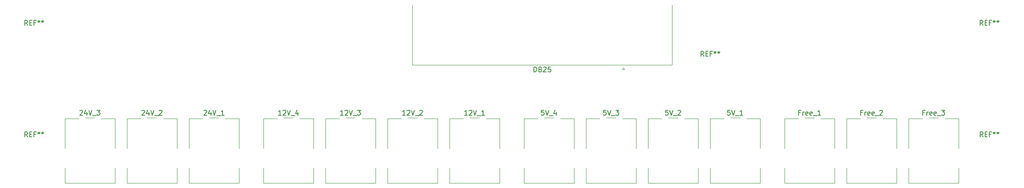
<source format=gbr>
%TF.GenerationSoftware,KiCad,Pcbnew,(5.1.10-1-10_14)*%
%TF.CreationDate,2021-07-21T12:25:41-07:00*%
%TF.ProjectId,PASCAL_switchboard,50415343-414c-45f7-9377-69746368626f,rev?*%
%TF.SameCoordinates,Original*%
%TF.FileFunction,Legend,Top*%
%TF.FilePolarity,Positive*%
%FSLAX46Y46*%
G04 Gerber Fmt 4.6, Leading zero omitted, Abs format (unit mm)*
G04 Created by KiCad (PCBNEW (5.1.10-1-10_14)) date 2021-07-21 12:25:41*
%MOMM*%
%LPD*%
G01*
G04 APERTURE LIST*
%ADD10C,0.120000*%
%ADD11C,0.150000*%
G04 APERTURE END LIST*
D10*
%TO.C,DB25*%
X196850000Y-50581325D02*
X197100000Y-51014338D01*
X196600000Y-51014338D02*
X196850000Y-50581325D01*
X197100000Y-51014338D02*
X196600000Y-51014338D01*
X153620000Y-50120000D02*
X153620000Y-37780000D01*
X206840000Y-50120000D02*
X153620000Y-50120000D01*
X206840000Y-37780000D02*
X206840000Y-50120000D01*
%TO.C,12V_1*%
X161260000Y-67180000D02*
X161260000Y-61120000D01*
X161260000Y-61120000D02*
X164070000Y-61120000D01*
X168670000Y-61120000D02*
X171480000Y-61120000D01*
X171480000Y-61120000D02*
X171480000Y-67180000D01*
X171480000Y-71280000D02*
X171480000Y-74340000D01*
X171480000Y-74340000D02*
X161260000Y-74340000D01*
X161260000Y-74340000D02*
X161260000Y-71280000D01*
X165370000Y-60930000D02*
X167370000Y-60930000D01*
%TO.C,12V_2*%
X148560000Y-67180000D02*
X148560000Y-61120000D01*
X148560000Y-61120000D02*
X151370000Y-61120000D01*
X155970000Y-61120000D02*
X158780000Y-61120000D01*
X158780000Y-61120000D02*
X158780000Y-67180000D01*
X158780000Y-71280000D02*
X158780000Y-74340000D01*
X158780000Y-74340000D02*
X148560000Y-74340000D01*
X148560000Y-74340000D02*
X148560000Y-71280000D01*
X152670000Y-60930000D02*
X154670000Y-60930000D01*
%TO.C,12V_3*%
X139970000Y-60930000D02*
X141970000Y-60930000D01*
X135860000Y-74340000D02*
X135860000Y-71280000D01*
X146080000Y-74340000D02*
X135860000Y-74340000D01*
X146080000Y-71280000D02*
X146080000Y-74340000D01*
X146080000Y-61120000D02*
X146080000Y-67180000D01*
X143270000Y-61120000D02*
X146080000Y-61120000D01*
X135860000Y-61120000D02*
X138670000Y-61120000D01*
X135860000Y-67180000D02*
X135860000Y-61120000D01*
%TO.C,12V_4*%
X123160000Y-67180000D02*
X123160000Y-61120000D01*
X123160000Y-61120000D02*
X125970000Y-61120000D01*
X130570000Y-61120000D02*
X133380000Y-61120000D01*
X133380000Y-61120000D02*
X133380000Y-67180000D01*
X133380000Y-71280000D02*
X133380000Y-74340000D01*
X133380000Y-74340000D02*
X123160000Y-74340000D01*
X123160000Y-74340000D02*
X123160000Y-71280000D01*
X127270000Y-60930000D02*
X129270000Y-60930000D01*
%TO.C,24V_1*%
X107920000Y-67180000D02*
X107920000Y-61120000D01*
X107920000Y-61120000D02*
X110730000Y-61120000D01*
X115330000Y-61120000D02*
X118140000Y-61120000D01*
X118140000Y-61120000D02*
X118140000Y-67180000D01*
X118140000Y-71280000D02*
X118140000Y-74340000D01*
X118140000Y-74340000D02*
X107920000Y-74340000D01*
X107920000Y-74340000D02*
X107920000Y-71280000D01*
X112030000Y-60930000D02*
X114030000Y-60930000D01*
%TO.C,24V_2*%
X99330000Y-60930000D02*
X101330000Y-60930000D01*
X95220000Y-74340000D02*
X95220000Y-71280000D01*
X105440000Y-74340000D02*
X95220000Y-74340000D01*
X105440000Y-71280000D02*
X105440000Y-74340000D01*
X105440000Y-61120000D02*
X105440000Y-67180000D01*
X102630000Y-61120000D02*
X105440000Y-61120000D01*
X95220000Y-61120000D02*
X98030000Y-61120000D01*
X95220000Y-67180000D02*
X95220000Y-61120000D01*
%TO.C,24V_3*%
X82520000Y-67180000D02*
X82520000Y-61120000D01*
X82520000Y-61120000D02*
X85330000Y-61120000D01*
X89930000Y-61120000D02*
X92740000Y-61120000D01*
X92740000Y-61120000D02*
X92740000Y-67180000D01*
X92740000Y-71280000D02*
X92740000Y-74340000D01*
X92740000Y-74340000D02*
X82520000Y-74340000D01*
X82520000Y-74340000D02*
X82520000Y-71280000D01*
X86630000Y-60930000D02*
X88630000Y-60930000D01*
%TO.C,5V_1*%
X218710000Y-60930000D02*
X220710000Y-60930000D01*
X214600000Y-74340000D02*
X214600000Y-71280000D01*
X224820000Y-74340000D02*
X214600000Y-74340000D01*
X224820000Y-71280000D02*
X224820000Y-74340000D01*
X224820000Y-61120000D02*
X224820000Y-67180000D01*
X222010000Y-61120000D02*
X224820000Y-61120000D01*
X214600000Y-61120000D02*
X217410000Y-61120000D01*
X214600000Y-67180000D02*
X214600000Y-61120000D01*
%TO.C,5V_2*%
X201900000Y-67180000D02*
X201900000Y-61120000D01*
X201900000Y-61120000D02*
X204710000Y-61120000D01*
X209310000Y-61120000D02*
X212120000Y-61120000D01*
X212120000Y-61120000D02*
X212120000Y-67180000D01*
X212120000Y-71280000D02*
X212120000Y-74340000D01*
X212120000Y-74340000D02*
X201900000Y-74340000D01*
X201900000Y-74340000D02*
X201900000Y-71280000D01*
X206010000Y-60930000D02*
X208010000Y-60930000D01*
%TO.C,5V_3*%
X193310000Y-60930000D02*
X195310000Y-60930000D01*
X189200000Y-74340000D02*
X189200000Y-71280000D01*
X199420000Y-74340000D02*
X189200000Y-74340000D01*
X199420000Y-71280000D02*
X199420000Y-74340000D01*
X199420000Y-61120000D02*
X199420000Y-67180000D01*
X196610000Y-61120000D02*
X199420000Y-61120000D01*
X189200000Y-61120000D02*
X192010000Y-61120000D01*
X189200000Y-67180000D02*
X189200000Y-61120000D01*
%TO.C,5V_4*%
X180610000Y-60930000D02*
X182610000Y-60930000D01*
X176500000Y-74340000D02*
X176500000Y-71280000D01*
X186720000Y-74340000D02*
X176500000Y-74340000D01*
X186720000Y-71280000D02*
X186720000Y-74340000D01*
X186720000Y-61120000D02*
X186720000Y-67180000D01*
X183910000Y-61120000D02*
X186720000Y-61120000D01*
X176500000Y-61120000D02*
X179310000Y-61120000D01*
X176500000Y-67180000D02*
X176500000Y-61120000D01*
%TO.C,Free_1*%
X233950000Y-60930000D02*
X235950000Y-60930000D01*
X229840000Y-74340000D02*
X229840000Y-71280000D01*
X240060000Y-74340000D02*
X229840000Y-74340000D01*
X240060000Y-71280000D02*
X240060000Y-74340000D01*
X240060000Y-61120000D02*
X240060000Y-67180000D01*
X237250000Y-61120000D02*
X240060000Y-61120000D01*
X229840000Y-61120000D02*
X232650000Y-61120000D01*
X229840000Y-67180000D02*
X229840000Y-61120000D01*
%TO.C,Free_2*%
X242540000Y-67180000D02*
X242540000Y-61120000D01*
X242540000Y-61120000D02*
X245350000Y-61120000D01*
X249950000Y-61120000D02*
X252760000Y-61120000D01*
X252760000Y-61120000D02*
X252760000Y-67180000D01*
X252760000Y-71280000D02*
X252760000Y-74340000D01*
X252760000Y-74340000D02*
X242540000Y-74340000D01*
X242540000Y-74340000D02*
X242540000Y-71280000D01*
X246650000Y-60930000D02*
X248650000Y-60930000D01*
%TO.C,Free_3*%
X259350000Y-60930000D02*
X261350000Y-60930000D01*
X255240000Y-74340000D02*
X255240000Y-71280000D01*
X265460000Y-74340000D02*
X255240000Y-74340000D01*
X265460000Y-71280000D02*
X265460000Y-74340000D01*
X265460000Y-61120000D02*
X265460000Y-67180000D01*
X262650000Y-61120000D02*
X265460000Y-61120000D01*
X255240000Y-61120000D02*
X258050000Y-61120000D01*
X255240000Y-67180000D02*
X255240000Y-61120000D01*
%TO.C,REF\u002A\u002A*%
D11*
X270446666Y-41972380D02*
X270113333Y-41496190D01*
X269875238Y-41972380D02*
X269875238Y-40972380D01*
X270256190Y-40972380D01*
X270351428Y-41020000D01*
X270399047Y-41067619D01*
X270446666Y-41162857D01*
X270446666Y-41305714D01*
X270399047Y-41400952D01*
X270351428Y-41448571D01*
X270256190Y-41496190D01*
X269875238Y-41496190D01*
X270875238Y-41448571D02*
X271208571Y-41448571D01*
X271351428Y-41972380D02*
X270875238Y-41972380D01*
X270875238Y-40972380D01*
X271351428Y-40972380D01*
X272113333Y-41448571D02*
X271780000Y-41448571D01*
X271780000Y-41972380D02*
X271780000Y-40972380D01*
X272256190Y-40972380D01*
X272780000Y-40972380D02*
X272780000Y-41210476D01*
X272541904Y-41115238D02*
X272780000Y-41210476D01*
X273018095Y-41115238D01*
X272637142Y-41400952D02*
X272780000Y-41210476D01*
X272922857Y-41400952D01*
X273541904Y-40972380D02*
X273541904Y-41210476D01*
X273303809Y-41115238D02*
X273541904Y-41210476D01*
X273780000Y-41115238D01*
X273399047Y-41400952D02*
X273541904Y-41210476D01*
X273684761Y-41400952D01*
X270446666Y-64832380D02*
X270113333Y-64356190D01*
X269875238Y-64832380D02*
X269875238Y-63832380D01*
X270256190Y-63832380D01*
X270351428Y-63880000D01*
X270399047Y-63927619D01*
X270446666Y-64022857D01*
X270446666Y-64165714D01*
X270399047Y-64260952D01*
X270351428Y-64308571D01*
X270256190Y-64356190D01*
X269875238Y-64356190D01*
X270875238Y-64308571D02*
X271208571Y-64308571D01*
X271351428Y-64832380D02*
X270875238Y-64832380D01*
X270875238Y-63832380D01*
X271351428Y-63832380D01*
X272113333Y-64308571D02*
X271780000Y-64308571D01*
X271780000Y-64832380D02*
X271780000Y-63832380D01*
X272256190Y-63832380D01*
X272780000Y-63832380D02*
X272780000Y-64070476D01*
X272541904Y-63975238D02*
X272780000Y-64070476D01*
X273018095Y-63975238D01*
X272637142Y-64260952D02*
X272780000Y-64070476D01*
X272922857Y-64260952D01*
X273541904Y-63832380D02*
X273541904Y-64070476D01*
X273303809Y-63975238D02*
X273541904Y-64070476D01*
X273780000Y-63975238D01*
X273399047Y-64260952D02*
X273541904Y-64070476D01*
X273684761Y-64260952D01*
X74866666Y-41972380D02*
X74533333Y-41496190D01*
X74295238Y-41972380D02*
X74295238Y-40972380D01*
X74676190Y-40972380D01*
X74771428Y-41020000D01*
X74819047Y-41067619D01*
X74866666Y-41162857D01*
X74866666Y-41305714D01*
X74819047Y-41400952D01*
X74771428Y-41448571D01*
X74676190Y-41496190D01*
X74295238Y-41496190D01*
X75295238Y-41448571D02*
X75628571Y-41448571D01*
X75771428Y-41972380D02*
X75295238Y-41972380D01*
X75295238Y-40972380D01*
X75771428Y-40972380D01*
X76533333Y-41448571D02*
X76200000Y-41448571D01*
X76200000Y-41972380D02*
X76200000Y-40972380D01*
X76676190Y-40972380D01*
X77200000Y-40972380D02*
X77200000Y-41210476D01*
X76961904Y-41115238D02*
X77200000Y-41210476D01*
X77438095Y-41115238D01*
X77057142Y-41400952D02*
X77200000Y-41210476D01*
X77342857Y-41400952D01*
X77961904Y-40972380D02*
X77961904Y-41210476D01*
X77723809Y-41115238D02*
X77961904Y-41210476D01*
X78200000Y-41115238D01*
X77819047Y-41400952D02*
X77961904Y-41210476D01*
X78104761Y-41400952D01*
X213296666Y-48322380D02*
X212963333Y-47846190D01*
X212725238Y-48322380D02*
X212725238Y-47322380D01*
X213106190Y-47322380D01*
X213201428Y-47370000D01*
X213249047Y-47417619D01*
X213296666Y-47512857D01*
X213296666Y-47655714D01*
X213249047Y-47750952D01*
X213201428Y-47798571D01*
X213106190Y-47846190D01*
X212725238Y-47846190D01*
X213725238Y-47798571D02*
X214058571Y-47798571D01*
X214201428Y-48322380D02*
X213725238Y-48322380D01*
X213725238Y-47322380D01*
X214201428Y-47322380D01*
X214963333Y-47798571D02*
X214630000Y-47798571D01*
X214630000Y-48322380D02*
X214630000Y-47322380D01*
X215106190Y-47322380D01*
X215630000Y-47322380D02*
X215630000Y-47560476D01*
X215391904Y-47465238D02*
X215630000Y-47560476D01*
X215868095Y-47465238D01*
X215487142Y-47750952D02*
X215630000Y-47560476D01*
X215772857Y-47750952D01*
X216391904Y-47322380D02*
X216391904Y-47560476D01*
X216153809Y-47465238D02*
X216391904Y-47560476D01*
X216630000Y-47465238D01*
X216249047Y-47750952D02*
X216391904Y-47560476D01*
X216534761Y-47750952D01*
X74866666Y-64832380D02*
X74533333Y-64356190D01*
X74295238Y-64832380D02*
X74295238Y-63832380D01*
X74676190Y-63832380D01*
X74771428Y-63880000D01*
X74819047Y-63927619D01*
X74866666Y-64022857D01*
X74866666Y-64165714D01*
X74819047Y-64260952D01*
X74771428Y-64308571D01*
X74676190Y-64356190D01*
X74295238Y-64356190D01*
X75295238Y-64308571D02*
X75628571Y-64308571D01*
X75771428Y-64832380D02*
X75295238Y-64832380D01*
X75295238Y-63832380D01*
X75771428Y-63832380D01*
X76533333Y-64308571D02*
X76200000Y-64308571D01*
X76200000Y-64832380D02*
X76200000Y-63832380D01*
X76676190Y-63832380D01*
X77200000Y-63832380D02*
X77200000Y-64070476D01*
X76961904Y-63975238D02*
X77200000Y-64070476D01*
X77438095Y-63975238D01*
X77057142Y-64260952D02*
X77200000Y-64070476D01*
X77342857Y-64260952D01*
X77961904Y-63832380D02*
X77961904Y-64070476D01*
X77723809Y-63975238D02*
X77961904Y-64070476D01*
X78200000Y-63975238D01*
X77819047Y-64260952D02*
X77961904Y-64070476D01*
X78104761Y-64260952D01*
%TO.C,DB25*%
X178515714Y-51512380D02*
X178515714Y-50512380D01*
X178753809Y-50512380D01*
X178896666Y-50560000D01*
X178991904Y-50655238D01*
X179039523Y-50750476D01*
X179087142Y-50940952D01*
X179087142Y-51083809D01*
X179039523Y-51274285D01*
X178991904Y-51369523D01*
X178896666Y-51464761D01*
X178753809Y-51512380D01*
X178515714Y-51512380D01*
X179849047Y-50988571D02*
X179991904Y-51036190D01*
X180039523Y-51083809D01*
X180087142Y-51179047D01*
X180087142Y-51321904D01*
X180039523Y-51417142D01*
X179991904Y-51464761D01*
X179896666Y-51512380D01*
X179515714Y-51512380D01*
X179515714Y-50512380D01*
X179849047Y-50512380D01*
X179944285Y-50560000D01*
X179991904Y-50607619D01*
X180039523Y-50702857D01*
X180039523Y-50798095D01*
X179991904Y-50893333D01*
X179944285Y-50940952D01*
X179849047Y-50988571D01*
X179515714Y-50988571D01*
X180468095Y-50607619D02*
X180515714Y-50560000D01*
X180610952Y-50512380D01*
X180849047Y-50512380D01*
X180944285Y-50560000D01*
X180991904Y-50607619D01*
X181039523Y-50702857D01*
X181039523Y-50798095D01*
X180991904Y-50940952D01*
X180420476Y-51512380D01*
X181039523Y-51512380D01*
X181944285Y-50512380D02*
X181468095Y-50512380D01*
X181420476Y-50988571D01*
X181468095Y-50940952D01*
X181563333Y-50893333D01*
X181801428Y-50893333D01*
X181896666Y-50940952D01*
X181944285Y-50988571D01*
X181991904Y-51083809D01*
X181991904Y-51321904D01*
X181944285Y-51417142D01*
X181896666Y-51464761D01*
X181801428Y-51512380D01*
X181563333Y-51512380D01*
X181468095Y-51464761D01*
X181420476Y-51417142D01*
%TO.C,12V_1*%
X164893809Y-60382380D02*
X164322380Y-60382380D01*
X164608095Y-60382380D02*
X164608095Y-59382380D01*
X164512857Y-59525238D01*
X164417619Y-59620476D01*
X164322380Y-59668095D01*
X165274761Y-59477619D02*
X165322380Y-59430000D01*
X165417619Y-59382380D01*
X165655714Y-59382380D01*
X165750952Y-59430000D01*
X165798571Y-59477619D01*
X165846190Y-59572857D01*
X165846190Y-59668095D01*
X165798571Y-59810952D01*
X165227142Y-60382380D01*
X165846190Y-60382380D01*
X166131904Y-59382380D02*
X166465238Y-60382380D01*
X166798571Y-59382380D01*
X166893809Y-60477619D02*
X167655714Y-60477619D01*
X168417619Y-60382380D02*
X167846190Y-60382380D01*
X168131904Y-60382380D02*
X168131904Y-59382380D01*
X168036666Y-59525238D01*
X167941428Y-59620476D01*
X167846190Y-59668095D01*
%TO.C,12V_2*%
X152193809Y-60382380D02*
X151622380Y-60382380D01*
X151908095Y-60382380D02*
X151908095Y-59382380D01*
X151812857Y-59525238D01*
X151717619Y-59620476D01*
X151622380Y-59668095D01*
X152574761Y-59477619D02*
X152622380Y-59430000D01*
X152717619Y-59382380D01*
X152955714Y-59382380D01*
X153050952Y-59430000D01*
X153098571Y-59477619D01*
X153146190Y-59572857D01*
X153146190Y-59668095D01*
X153098571Y-59810952D01*
X152527142Y-60382380D01*
X153146190Y-60382380D01*
X153431904Y-59382380D02*
X153765238Y-60382380D01*
X154098571Y-59382380D01*
X154193809Y-60477619D02*
X154955714Y-60477619D01*
X155146190Y-59477619D02*
X155193809Y-59430000D01*
X155289047Y-59382380D01*
X155527142Y-59382380D01*
X155622380Y-59430000D01*
X155670000Y-59477619D01*
X155717619Y-59572857D01*
X155717619Y-59668095D01*
X155670000Y-59810952D01*
X155098571Y-60382380D01*
X155717619Y-60382380D01*
%TO.C,12V_3*%
X139493809Y-60382380D02*
X138922380Y-60382380D01*
X139208095Y-60382380D02*
X139208095Y-59382380D01*
X139112857Y-59525238D01*
X139017619Y-59620476D01*
X138922380Y-59668095D01*
X139874761Y-59477619D02*
X139922380Y-59430000D01*
X140017619Y-59382380D01*
X140255714Y-59382380D01*
X140350952Y-59430000D01*
X140398571Y-59477619D01*
X140446190Y-59572857D01*
X140446190Y-59668095D01*
X140398571Y-59810952D01*
X139827142Y-60382380D01*
X140446190Y-60382380D01*
X140731904Y-59382380D02*
X141065238Y-60382380D01*
X141398571Y-59382380D01*
X141493809Y-60477619D02*
X142255714Y-60477619D01*
X142398571Y-59382380D02*
X143017619Y-59382380D01*
X142684285Y-59763333D01*
X142827142Y-59763333D01*
X142922380Y-59810952D01*
X142970000Y-59858571D01*
X143017619Y-59953809D01*
X143017619Y-60191904D01*
X142970000Y-60287142D01*
X142922380Y-60334761D01*
X142827142Y-60382380D01*
X142541428Y-60382380D01*
X142446190Y-60334761D01*
X142398571Y-60287142D01*
%TO.C,12V_4*%
X126793809Y-60382380D02*
X126222380Y-60382380D01*
X126508095Y-60382380D02*
X126508095Y-59382380D01*
X126412857Y-59525238D01*
X126317619Y-59620476D01*
X126222380Y-59668095D01*
X127174761Y-59477619D02*
X127222380Y-59430000D01*
X127317619Y-59382380D01*
X127555714Y-59382380D01*
X127650952Y-59430000D01*
X127698571Y-59477619D01*
X127746190Y-59572857D01*
X127746190Y-59668095D01*
X127698571Y-59810952D01*
X127127142Y-60382380D01*
X127746190Y-60382380D01*
X128031904Y-59382380D02*
X128365238Y-60382380D01*
X128698571Y-59382380D01*
X128793809Y-60477619D02*
X129555714Y-60477619D01*
X130222380Y-59715714D02*
X130222380Y-60382380D01*
X129984285Y-59334761D02*
X129746190Y-60049047D01*
X130365238Y-60049047D01*
%TO.C,24V_1*%
X110982380Y-59477619D02*
X111030000Y-59430000D01*
X111125238Y-59382380D01*
X111363333Y-59382380D01*
X111458571Y-59430000D01*
X111506190Y-59477619D01*
X111553809Y-59572857D01*
X111553809Y-59668095D01*
X111506190Y-59810952D01*
X110934761Y-60382380D01*
X111553809Y-60382380D01*
X112410952Y-59715714D02*
X112410952Y-60382380D01*
X112172857Y-59334761D02*
X111934761Y-60049047D01*
X112553809Y-60049047D01*
X112791904Y-59382380D02*
X113125238Y-60382380D01*
X113458571Y-59382380D01*
X113553809Y-60477619D02*
X114315714Y-60477619D01*
X115077619Y-60382380D02*
X114506190Y-60382380D01*
X114791904Y-60382380D02*
X114791904Y-59382380D01*
X114696666Y-59525238D01*
X114601428Y-59620476D01*
X114506190Y-59668095D01*
%TO.C,24V_2*%
X98282380Y-59477619D02*
X98330000Y-59430000D01*
X98425238Y-59382380D01*
X98663333Y-59382380D01*
X98758571Y-59430000D01*
X98806190Y-59477619D01*
X98853809Y-59572857D01*
X98853809Y-59668095D01*
X98806190Y-59810952D01*
X98234761Y-60382380D01*
X98853809Y-60382380D01*
X99710952Y-59715714D02*
X99710952Y-60382380D01*
X99472857Y-59334761D02*
X99234761Y-60049047D01*
X99853809Y-60049047D01*
X100091904Y-59382380D02*
X100425238Y-60382380D01*
X100758571Y-59382380D01*
X100853809Y-60477619D02*
X101615714Y-60477619D01*
X101806190Y-59477619D02*
X101853809Y-59430000D01*
X101949047Y-59382380D01*
X102187142Y-59382380D01*
X102282380Y-59430000D01*
X102330000Y-59477619D01*
X102377619Y-59572857D01*
X102377619Y-59668095D01*
X102330000Y-59810952D01*
X101758571Y-60382380D01*
X102377619Y-60382380D01*
%TO.C,24V_3*%
X85582380Y-59477619D02*
X85630000Y-59430000D01*
X85725238Y-59382380D01*
X85963333Y-59382380D01*
X86058571Y-59430000D01*
X86106190Y-59477619D01*
X86153809Y-59572857D01*
X86153809Y-59668095D01*
X86106190Y-59810952D01*
X85534761Y-60382380D01*
X86153809Y-60382380D01*
X87010952Y-59715714D02*
X87010952Y-60382380D01*
X86772857Y-59334761D02*
X86534761Y-60049047D01*
X87153809Y-60049047D01*
X87391904Y-59382380D02*
X87725238Y-60382380D01*
X88058571Y-59382380D01*
X88153809Y-60477619D02*
X88915714Y-60477619D01*
X89058571Y-59382380D02*
X89677619Y-59382380D01*
X89344285Y-59763333D01*
X89487142Y-59763333D01*
X89582380Y-59810952D01*
X89630000Y-59858571D01*
X89677619Y-59953809D01*
X89677619Y-60191904D01*
X89630000Y-60287142D01*
X89582380Y-60334761D01*
X89487142Y-60382380D01*
X89201428Y-60382380D01*
X89106190Y-60334761D01*
X89058571Y-60287142D01*
%TO.C,5V_1*%
X218662380Y-59382380D02*
X218186190Y-59382380D01*
X218138571Y-59858571D01*
X218186190Y-59810952D01*
X218281428Y-59763333D01*
X218519523Y-59763333D01*
X218614761Y-59810952D01*
X218662380Y-59858571D01*
X218710000Y-59953809D01*
X218710000Y-60191904D01*
X218662380Y-60287142D01*
X218614761Y-60334761D01*
X218519523Y-60382380D01*
X218281428Y-60382380D01*
X218186190Y-60334761D01*
X218138571Y-60287142D01*
X218995714Y-59382380D02*
X219329047Y-60382380D01*
X219662380Y-59382380D01*
X219757619Y-60477619D02*
X220519523Y-60477619D01*
X221281428Y-60382380D02*
X220710000Y-60382380D01*
X220995714Y-60382380D02*
X220995714Y-59382380D01*
X220900476Y-59525238D01*
X220805238Y-59620476D01*
X220710000Y-59668095D01*
%TO.C,5V_2*%
X205962380Y-59382380D02*
X205486190Y-59382380D01*
X205438571Y-59858571D01*
X205486190Y-59810952D01*
X205581428Y-59763333D01*
X205819523Y-59763333D01*
X205914761Y-59810952D01*
X205962380Y-59858571D01*
X206010000Y-59953809D01*
X206010000Y-60191904D01*
X205962380Y-60287142D01*
X205914761Y-60334761D01*
X205819523Y-60382380D01*
X205581428Y-60382380D01*
X205486190Y-60334761D01*
X205438571Y-60287142D01*
X206295714Y-59382380D02*
X206629047Y-60382380D01*
X206962380Y-59382380D01*
X207057619Y-60477619D02*
X207819523Y-60477619D01*
X208010000Y-59477619D02*
X208057619Y-59430000D01*
X208152857Y-59382380D01*
X208390952Y-59382380D01*
X208486190Y-59430000D01*
X208533809Y-59477619D01*
X208581428Y-59572857D01*
X208581428Y-59668095D01*
X208533809Y-59810952D01*
X207962380Y-60382380D01*
X208581428Y-60382380D01*
%TO.C,5V_3*%
X193262380Y-59382380D02*
X192786190Y-59382380D01*
X192738571Y-59858571D01*
X192786190Y-59810952D01*
X192881428Y-59763333D01*
X193119523Y-59763333D01*
X193214761Y-59810952D01*
X193262380Y-59858571D01*
X193310000Y-59953809D01*
X193310000Y-60191904D01*
X193262380Y-60287142D01*
X193214761Y-60334761D01*
X193119523Y-60382380D01*
X192881428Y-60382380D01*
X192786190Y-60334761D01*
X192738571Y-60287142D01*
X193595714Y-59382380D02*
X193929047Y-60382380D01*
X194262380Y-59382380D01*
X194357619Y-60477619D02*
X195119523Y-60477619D01*
X195262380Y-59382380D02*
X195881428Y-59382380D01*
X195548095Y-59763333D01*
X195690952Y-59763333D01*
X195786190Y-59810952D01*
X195833809Y-59858571D01*
X195881428Y-59953809D01*
X195881428Y-60191904D01*
X195833809Y-60287142D01*
X195786190Y-60334761D01*
X195690952Y-60382380D01*
X195405238Y-60382380D01*
X195310000Y-60334761D01*
X195262380Y-60287142D01*
%TO.C,5V_4*%
X180562380Y-59382380D02*
X180086190Y-59382380D01*
X180038571Y-59858571D01*
X180086190Y-59810952D01*
X180181428Y-59763333D01*
X180419523Y-59763333D01*
X180514761Y-59810952D01*
X180562380Y-59858571D01*
X180610000Y-59953809D01*
X180610000Y-60191904D01*
X180562380Y-60287142D01*
X180514761Y-60334761D01*
X180419523Y-60382380D01*
X180181428Y-60382380D01*
X180086190Y-60334761D01*
X180038571Y-60287142D01*
X180895714Y-59382380D02*
X181229047Y-60382380D01*
X181562380Y-59382380D01*
X181657619Y-60477619D02*
X182419523Y-60477619D01*
X183086190Y-59715714D02*
X183086190Y-60382380D01*
X182848095Y-59334761D02*
X182610000Y-60049047D01*
X183229047Y-60049047D01*
%TO.C,Free_1*%
X233069047Y-59858571D02*
X232735714Y-59858571D01*
X232735714Y-60382380D02*
X232735714Y-59382380D01*
X233211904Y-59382380D01*
X233592857Y-60382380D02*
X233592857Y-59715714D01*
X233592857Y-59906190D02*
X233640476Y-59810952D01*
X233688095Y-59763333D01*
X233783333Y-59715714D01*
X233878571Y-59715714D01*
X234592857Y-60334761D02*
X234497619Y-60382380D01*
X234307142Y-60382380D01*
X234211904Y-60334761D01*
X234164285Y-60239523D01*
X234164285Y-59858571D01*
X234211904Y-59763333D01*
X234307142Y-59715714D01*
X234497619Y-59715714D01*
X234592857Y-59763333D01*
X234640476Y-59858571D01*
X234640476Y-59953809D01*
X234164285Y-60049047D01*
X235450000Y-60334761D02*
X235354761Y-60382380D01*
X235164285Y-60382380D01*
X235069047Y-60334761D01*
X235021428Y-60239523D01*
X235021428Y-59858571D01*
X235069047Y-59763333D01*
X235164285Y-59715714D01*
X235354761Y-59715714D01*
X235450000Y-59763333D01*
X235497619Y-59858571D01*
X235497619Y-59953809D01*
X235021428Y-60049047D01*
X235688095Y-60477619D02*
X236450000Y-60477619D01*
X237211904Y-60382380D02*
X236640476Y-60382380D01*
X236926190Y-60382380D02*
X236926190Y-59382380D01*
X236830952Y-59525238D01*
X236735714Y-59620476D01*
X236640476Y-59668095D01*
%TO.C,Free_2*%
X245769047Y-59858571D02*
X245435714Y-59858571D01*
X245435714Y-60382380D02*
X245435714Y-59382380D01*
X245911904Y-59382380D01*
X246292857Y-60382380D02*
X246292857Y-59715714D01*
X246292857Y-59906190D02*
X246340476Y-59810952D01*
X246388095Y-59763333D01*
X246483333Y-59715714D01*
X246578571Y-59715714D01*
X247292857Y-60334761D02*
X247197619Y-60382380D01*
X247007142Y-60382380D01*
X246911904Y-60334761D01*
X246864285Y-60239523D01*
X246864285Y-59858571D01*
X246911904Y-59763333D01*
X247007142Y-59715714D01*
X247197619Y-59715714D01*
X247292857Y-59763333D01*
X247340476Y-59858571D01*
X247340476Y-59953809D01*
X246864285Y-60049047D01*
X248150000Y-60334761D02*
X248054761Y-60382380D01*
X247864285Y-60382380D01*
X247769047Y-60334761D01*
X247721428Y-60239523D01*
X247721428Y-59858571D01*
X247769047Y-59763333D01*
X247864285Y-59715714D01*
X248054761Y-59715714D01*
X248150000Y-59763333D01*
X248197619Y-59858571D01*
X248197619Y-59953809D01*
X247721428Y-60049047D01*
X248388095Y-60477619D02*
X249150000Y-60477619D01*
X249340476Y-59477619D02*
X249388095Y-59430000D01*
X249483333Y-59382380D01*
X249721428Y-59382380D01*
X249816666Y-59430000D01*
X249864285Y-59477619D01*
X249911904Y-59572857D01*
X249911904Y-59668095D01*
X249864285Y-59810952D01*
X249292857Y-60382380D01*
X249911904Y-60382380D01*
%TO.C,Free_3*%
X258469047Y-59858571D02*
X258135714Y-59858571D01*
X258135714Y-60382380D02*
X258135714Y-59382380D01*
X258611904Y-59382380D01*
X258992857Y-60382380D02*
X258992857Y-59715714D01*
X258992857Y-59906190D02*
X259040476Y-59810952D01*
X259088095Y-59763333D01*
X259183333Y-59715714D01*
X259278571Y-59715714D01*
X259992857Y-60334761D02*
X259897619Y-60382380D01*
X259707142Y-60382380D01*
X259611904Y-60334761D01*
X259564285Y-60239523D01*
X259564285Y-59858571D01*
X259611904Y-59763333D01*
X259707142Y-59715714D01*
X259897619Y-59715714D01*
X259992857Y-59763333D01*
X260040476Y-59858571D01*
X260040476Y-59953809D01*
X259564285Y-60049047D01*
X260850000Y-60334761D02*
X260754761Y-60382380D01*
X260564285Y-60382380D01*
X260469047Y-60334761D01*
X260421428Y-60239523D01*
X260421428Y-59858571D01*
X260469047Y-59763333D01*
X260564285Y-59715714D01*
X260754761Y-59715714D01*
X260850000Y-59763333D01*
X260897619Y-59858571D01*
X260897619Y-59953809D01*
X260421428Y-60049047D01*
X261088095Y-60477619D02*
X261850000Y-60477619D01*
X261992857Y-59382380D02*
X262611904Y-59382380D01*
X262278571Y-59763333D01*
X262421428Y-59763333D01*
X262516666Y-59810952D01*
X262564285Y-59858571D01*
X262611904Y-59953809D01*
X262611904Y-60191904D01*
X262564285Y-60287142D01*
X262516666Y-60334761D01*
X262421428Y-60382380D01*
X262135714Y-60382380D01*
X262040476Y-60334761D01*
X261992857Y-60287142D01*
%TD*%
M02*

</source>
